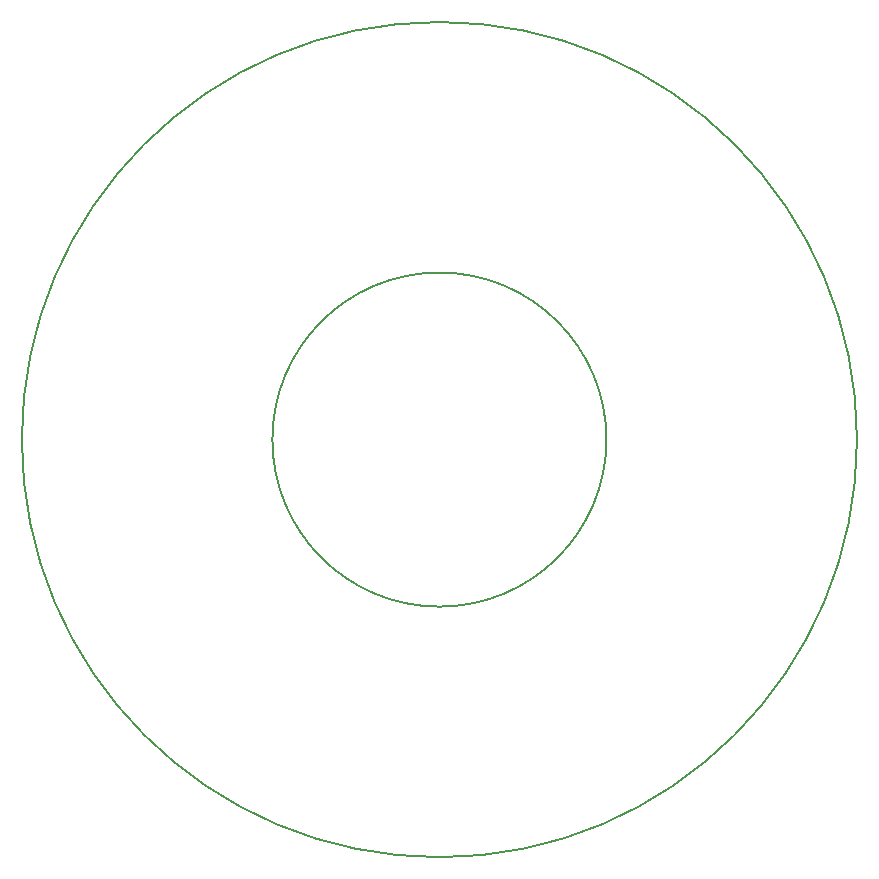
<source format=gm1>
G04 #@! TF.FileFunction,Profile,NP*
%FSLAX46Y46*%
G04 Gerber Fmt 4.6, Leading zero omitted, Abs format (unit mm)*
G04 Created by KiCad (PCBNEW 4.0.6) date 01/31/18 09:47:40*
%MOMM*%
%LPD*%
G01*
G04 APERTURE LIST*
%ADD10C,0.100000*%
%ADD11C,0.150000*%
G04 APERTURE END LIST*
D10*
D11*
X85355339Y-50000000D02*
G75*
G03X85355339Y-50000000I-35355339J0D01*
G01*
X64142136Y-50000000D02*
G75*
G03X64142136Y-50000000I-14142136J0D01*
G01*
M02*

</source>
